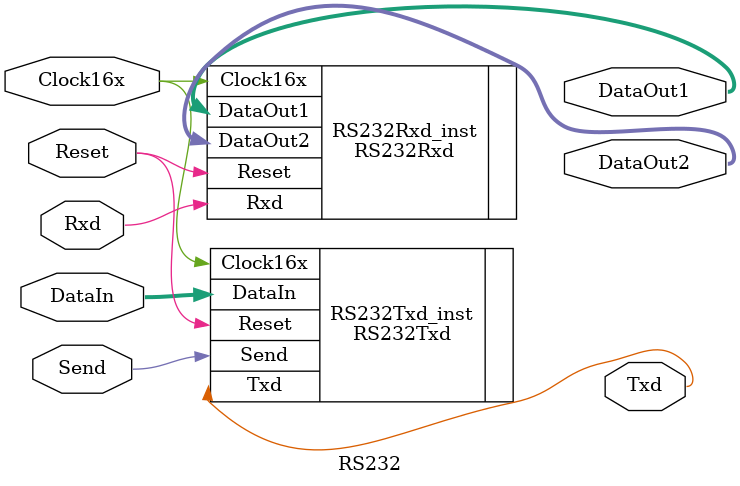
<source format=v>
`timescale 1ns / 1ps

module RS232(
    input Reset,
    input Clock16x,
    input Rxd,
    input Send,
    input [7:0] DataIn,
    output [7:0] DataOut1,
    output [7:0] DataOut2,
    output Txd
    );

RS232Rxd RS232Rxd_inst
(
    .Reset (Reset),
    .Clock16x (Clock16x),
    .Rxd (Rxd),
    .DataOut1 (DataOut1),
    .DataOut2 (DataOut2)
);

RS232Txd RS232Txd_inst
(
    .Reset (Reset),
    .Clock16x (Clock16x),
    .Send (Send),
    .DataIn (DataIn),
    .Txd  (Txd)
);

endmodule

</source>
